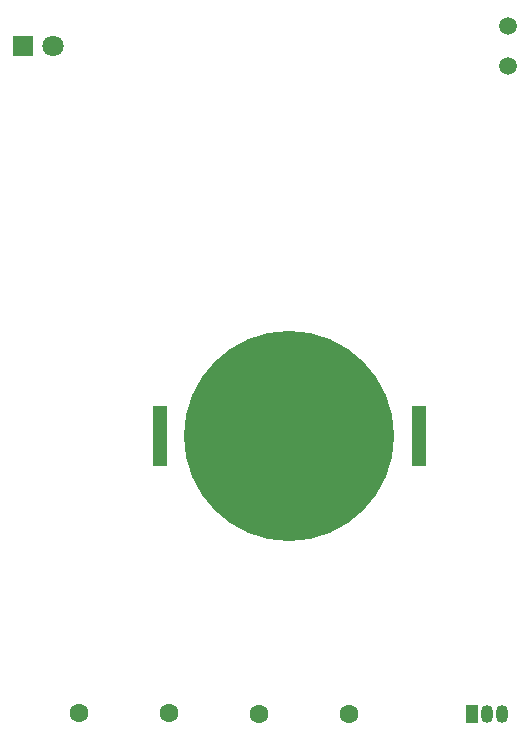
<source format=gbr>
%TF.GenerationSoftware,KiCad,Pcbnew,9.0.2*%
%TF.CreationDate,2025-05-24T18:19:02-05:00*%
%TF.ProjectId,Hack Club PCB,4861636b-2043-46c7-9562-205043422e6b,rev?*%
%TF.SameCoordinates,Original*%
%TF.FileFunction,Soldermask,Top*%
%TF.FilePolarity,Negative*%
%FSLAX46Y46*%
G04 Gerber Fmt 4.6, Leading zero omitted, Abs format (unit mm)*
G04 Created by KiCad (PCBNEW 9.0.2) date 2025-05-24 18:19:02*
%MOMM*%
%LPD*%
G01*
G04 APERTURE LIST*
%ADD10C,1.500000*%
%ADD11C,1.600000*%
%ADD12R,1.800000X1.800000*%
%ADD13C,1.800000*%
%ADD14R,1.270000X5.080000*%
%ADD15C,17.800000*%
%ADD16R,1.050000X1.500000*%
%ADD17O,1.050000X1.500000*%
G04 APERTURE END LIST*
D10*
%TO.C,R3*%
X148000000Y-51700000D03*
X148000000Y-48300000D03*
%TD*%
D11*
%TO.C,R2*%
X126880000Y-106541925D03*
X134500000Y-106541925D03*
%TD*%
%TO.C,R1*%
X111690000Y-106500000D03*
X119310000Y-106500000D03*
%TD*%
D12*
%TO.C,D1*%
X106960000Y-50000000D03*
D13*
X109500000Y-50000000D03*
%TD*%
D14*
%TO.C,BT1*%
X118515000Y-83000000D03*
X140485000Y-83000000D03*
D15*
X129500000Y-83000000D03*
%TD*%
D16*
%TO.C,Q1*%
X144960000Y-106541925D03*
D17*
X146230000Y-106541925D03*
X147500000Y-106541925D03*
%TD*%
M02*

</source>
